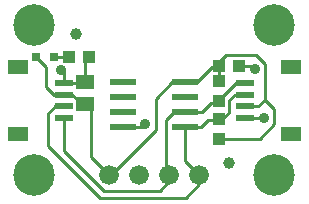
<source format=gbr>
G04 EAGLE Gerber RS-274X export*
G75*
%MOMM*%
%FSLAX34Y34*%
%LPD*%
%INTop Copper*%
%IPPOS*%
%AMOC8*
5,1,8,0,0,1.08239X$1,22.5*%
G01*
%ADD10R,2.209800X0.609600*%
%ADD11R,1.075000X1.000000*%
%ADD12R,1.500000X1.240000*%
%ADD13C,1.676400*%
%ADD14C,3.516000*%
%ADD15R,1.550000X0.600000*%
%ADD16R,1.800000X1.200000*%
%ADD17C,1.000000*%
%ADD18R,0.800000X0.800000*%
%ADD19R,1.000000X1.075000*%
%ADD20C,0.254000*%
%ADD21C,0.906400*%


D10*
X39878Y-41275D03*
X39878Y-53975D03*
X39878Y-66675D03*
X39878Y-79375D03*
X92202Y-79375D03*
X92202Y-66675D03*
X92202Y-53975D03*
X92202Y-41275D03*
D11*
X121040Y-27305D03*
X138040Y-27305D03*
D12*
X7620Y-59665D03*
X7620Y-40665D03*
D13*
X27940Y-120015D03*
X53340Y-120015D03*
X78740Y-120015D03*
X104140Y-120015D03*
D14*
X-35560Y6985D03*
X167640Y6985D03*
D15*
X142500Y-61515D03*
X142500Y-51515D03*
X142500Y-71515D03*
X142500Y-41515D03*
D16*
X181500Y-84515D03*
X181500Y-28515D03*
D15*
X-10420Y-51515D03*
X-10420Y-61515D03*
X-10420Y-41515D03*
X-10420Y-71515D03*
D16*
X-49420Y-28515D03*
X-49420Y-84515D03*
D17*
X0Y0D03*
X129540Y-109474D03*
D14*
X-35560Y-120015D03*
X167640Y-120015D03*
D18*
X-19170Y-19685D03*
X-34170Y-19685D03*
D11*
X-5960Y-19685D03*
X11040Y-19685D03*
D19*
X120650Y-72145D03*
X120650Y-89145D03*
X120650Y-57395D03*
X120650Y-40395D03*
D20*
X6770Y-41515D02*
X-10420Y-41515D01*
X6770Y-41515D02*
X7620Y-40665D01*
X7620Y-23105D01*
X11040Y-19685D01*
X-10420Y-31071D02*
X-10420Y-41515D01*
X-10420Y-31071D02*
X-13273Y-31071D01*
D21*
X-13273Y-31071D03*
D20*
X57150Y-76835D02*
X58420Y-76835D01*
X57150Y-76835D02*
X54610Y-79375D01*
X39878Y-79375D01*
D21*
X58420Y-76835D03*
D20*
X142500Y-71515D02*
X158510Y-71515D01*
X158750Y-71755D01*
D21*
X158750Y-71755D03*
D20*
X138430Y-27305D02*
X138040Y-27305D01*
X148590Y-27305D01*
X151130Y-29845D01*
D21*
X151130Y-29845D03*
D20*
X76200Y-73025D02*
X76200Y-117475D01*
X78740Y-120015D01*
X76200Y-73025D02*
X82550Y-66675D01*
X92202Y-66675D01*
X-10420Y-71515D02*
X-10420Y-99435D01*
X23114Y-132969D02*
X70866Y-132969D01*
X78740Y-125095D02*
X78740Y-120015D01*
X23114Y-132969D02*
X-10420Y-99435D01*
X70866Y-132969D02*
X78740Y-125095D01*
X135890Y-41275D02*
X142260Y-41275D01*
X142500Y-41515D01*
X106290Y-66675D02*
X92202Y-66675D01*
X119380Y-58665D02*
X120650Y-57395D01*
X119380Y-58665D02*
X114300Y-58665D01*
X106290Y-66675D01*
X120650Y-57395D02*
X120650Y-56515D01*
X135890Y-41275D01*
X92202Y-108077D02*
X104140Y-120015D01*
X-10420Y-61515D02*
X-17700Y-61515D01*
X-24130Y-67945D01*
X-24130Y-94731D01*
X19950Y-138811D02*
X92964Y-138811D01*
X104140Y-127635D02*
X104140Y-120015D01*
X19950Y-138811D02*
X-24130Y-94731D01*
X92964Y-138811D02*
X104140Y-127635D01*
X92202Y-108077D02*
X92202Y-79375D01*
X134540Y-51515D02*
X142500Y-51515D01*
X105410Y-79375D02*
X92202Y-79375D01*
X105410Y-79375D02*
X111760Y-73025D01*
X119770Y-73025D02*
X120650Y-72145D01*
X119770Y-73025D02*
X111760Y-73025D01*
X129540Y-66675D02*
X129540Y-56515D01*
X129540Y-66675D02*
X124070Y-72145D01*
X120650Y-72145D01*
X129540Y-56515D02*
X134540Y-51515D01*
X-25400Y-28455D02*
X-34170Y-19685D01*
X-25400Y-28455D02*
X-25400Y-45085D01*
X-18970Y-51515D01*
X-10420Y-51515D01*
X-3730Y-51515D01*
X4420Y-59665D02*
X7620Y-59665D01*
X12700Y-59665D01*
X4420Y-59665D02*
X-3730Y-51515D01*
X12700Y-104775D02*
X27940Y-120015D01*
X142500Y-61515D02*
X153750Y-61515D01*
X159385Y-55880D01*
X160020Y-55245D01*
X160020Y-26035D01*
X92202Y-41275D02*
X81280Y-41275D01*
X12700Y-59665D02*
X12700Y-104775D01*
X29210Y-120015D02*
X67310Y-81915D01*
X29210Y-120015D02*
X27940Y-120015D01*
X67310Y-55245D02*
X81280Y-41275D01*
X67310Y-55245D02*
X67310Y-81915D01*
X101990Y-41275D02*
X114690Y-28575D01*
X119770Y-28575D01*
X121040Y-27305D01*
X101990Y-41275D02*
X92202Y-41275D01*
X121040Y-27305D02*
X121040Y-24375D01*
X127000Y-18415D01*
X152400Y-18415D01*
X160020Y-26035D01*
X120650Y-27695D02*
X120650Y-40395D01*
X120650Y-27695D02*
X121040Y-27305D01*
X120650Y-89145D02*
X155330Y-89145D01*
X167640Y-64135D02*
X159385Y-55880D01*
X167640Y-76835D02*
X155330Y-89145D01*
X167640Y-76835D02*
X167640Y-64135D01*
X-5960Y-19685D02*
X-19170Y-19685D01*
M02*

</source>
